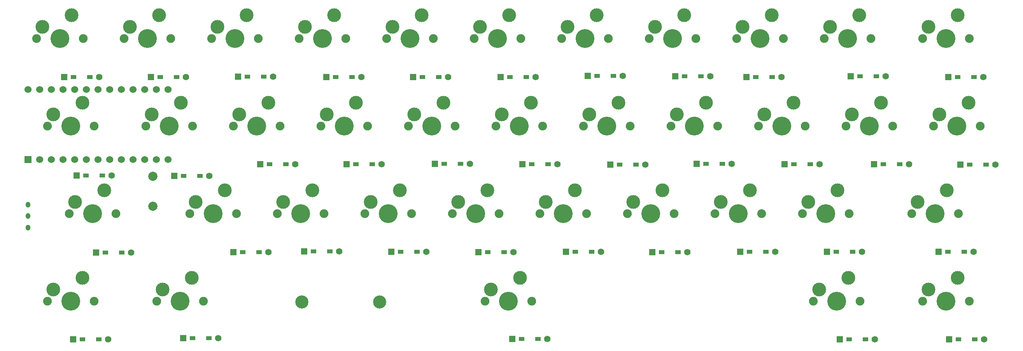
<source format=gbr>
%TF.GenerationSoftware,KiCad,Pcbnew,7.0.8*%
%TF.CreationDate,2024-11-13T13:09:43+09:00*%
%TF.ProjectId,cool337,636f6f6c-3333-4372-9e6b-696361645f70,rev?*%
%TF.SameCoordinates,Original*%
%TF.FileFunction,Soldermask,Top*%
%TF.FilePolarity,Negative*%
%FSLAX46Y46*%
G04 Gerber Fmt 4.6, Leading zero omitted, Abs format (unit mm)*
G04 Created by KiCad (PCBNEW 7.0.8) date 2024-11-13 13:09:43*
%MOMM*%
%LPD*%
G01*
G04 APERTURE LIST*
%ADD10R,1.397000X1.397000*%
%ADD11R,1.300000X0.950000*%
%ADD12C,1.397000*%
%ADD13C,1.900000*%
%ADD14C,3.000000*%
%ADD15C,4.100000*%
%ADD16C,2.850000*%
%ADD17C,2.000000*%
%ADD18O,1.000000X1.300000*%
%ADD19C,1.524000*%
%ADD20R,1.524000X1.524000*%
G04 APERTURE END LIST*
D10*
%TO.C,D6*%
X95910000Y-8330000D03*
D11*
X97945000Y-8330000D03*
X101495000Y-8330000D03*
D12*
X103530000Y-8330000D03*
%TD*%
D13*
%TO.C,SW35*%
X92551250Y-57150000D03*
D14*
X93821250Y-54610000D03*
D15*
X97631250Y-57150000D03*
D14*
X100171250Y-52070000D03*
D13*
X102711250Y-57150000D03*
%TD*%
%TO.C,SW22*%
X190182500Y-19050000D03*
D14*
X191452500Y-16510000D03*
D15*
X195262500Y-19050000D03*
D14*
X197802500Y-13970000D03*
D13*
X200342500Y-19050000D03*
%TD*%
D10*
%TO.C,D20*%
X157755000Y-27290000D03*
D11*
X159790000Y-27290000D03*
X163340000Y-27290000D03*
D12*
X165375000Y-27290000D03*
%TD*%
D13*
%TO.C,SW13*%
X18732500Y-19050000D03*
D14*
X20002500Y-16510000D03*
D15*
X23812500Y-19050000D03*
D14*
X26352500Y-13970000D03*
D13*
X28892500Y-19050000D03*
%TD*%
%TO.C,SW3*%
X33020000Y0D03*
D14*
X34290000Y2540000D03*
D15*
X38100000Y0D03*
D14*
X40640000Y5080000D03*
D13*
X43180000Y0D03*
%TD*%
%TO.C,SW1*%
X-5080000Y0D03*
D14*
X-3810000Y2540000D03*
D15*
X0Y0D03*
D14*
X2540000Y5080000D03*
D13*
X5080000Y0D03*
%TD*%
%TO.C,SW19*%
X133032500Y-19050000D03*
D14*
X134302500Y-16510000D03*
D15*
X138112500Y-19050000D03*
D14*
X140652500Y-13970000D03*
D13*
X143192500Y-19050000D03*
%TD*%
D10*
%TO.C,D7*%
X114920000Y-8080000D03*
D11*
X116955000Y-8080000D03*
X120505000Y-8080000D03*
D12*
X122540000Y-8080000D03*
%TD*%
D10*
%TO.C,D31*%
X167010000Y-46320000D03*
D11*
X169045000Y-46320000D03*
X172595000Y-46320000D03*
D12*
X174630000Y-46320000D03*
%TD*%
D16*
%TO.C,BT1*%
X69580000Y-57260000D03*
X52680000Y-57260000D03*
%TD*%
D13*
%TO.C,SW10*%
X166370000Y0D03*
D14*
X167640000Y2540000D03*
D15*
X171450000Y0D03*
D14*
X173990000Y5080000D03*
D13*
X176530000Y0D03*
%TD*%
%TO.C,SW26*%
X66357500Y-38100000D03*
D14*
X67627500Y-35560000D03*
D15*
X71437500Y-38100000D03*
D14*
X73977500Y-33020000D03*
D13*
X76517500Y-38100000D03*
%TD*%
%TO.C,SW36*%
X163988750Y-57150000D03*
D14*
X165258750Y-54610000D03*
D15*
X169068750Y-57150000D03*
D14*
X171608750Y-52070000D03*
D13*
X174148750Y-57150000D03*
%TD*%
D10*
%TO.C,D8*%
X133930000Y-8200000D03*
D11*
X135965000Y-8200000D03*
X139515000Y-8200000D03*
D12*
X141550000Y-8200000D03*
%TD*%
D10*
%TO.C,D22*%
X196005000Y-27410000D03*
D11*
X198040000Y-27410000D03*
X201590000Y-27410000D03*
D12*
X203625000Y-27410000D03*
%TD*%
D10*
%TO.C,D34*%
X26825000Y-65170000D03*
D11*
X28860000Y-65170000D03*
X32410000Y-65170000D03*
D12*
X34445000Y-65170000D03*
%TD*%
D10*
%TO.C,D29*%
X129000000Y-46420000D03*
D11*
X131035000Y-46420000D03*
X134585000Y-46420000D03*
D12*
X136620000Y-46420000D03*
%TD*%
D13*
%TO.C,SW11*%
X187801250Y0D03*
D14*
X189071250Y2540000D03*
D15*
X192881250Y0D03*
D14*
X195421250Y5080000D03*
D13*
X197961250Y0D03*
%TD*%
%TO.C,SW29*%
X123507500Y-38100000D03*
D14*
X124777500Y-35560000D03*
D15*
X128587500Y-38100000D03*
D14*
X131127500Y-33020000D03*
D13*
X133667500Y-38100000D03*
%TD*%
D10*
%TO.C,D23*%
X7850000Y-46520000D03*
D11*
X9885000Y-46520000D03*
X13435000Y-46520000D03*
D12*
X15470000Y-46520000D03*
%TD*%
D13*
%TO.C,SW32*%
X185420000Y-38100000D03*
D14*
X186690000Y-35560000D03*
D15*
X190500000Y-38100000D03*
D14*
X193040000Y-33020000D03*
D13*
X195580000Y-38100000D03*
%TD*%
D17*
%TO.C,SW39*%
X20220000Y-29950000D03*
X20220000Y-36450000D03*
%TD*%
D13*
%TO.C,SW17*%
X94932500Y-19050000D03*
D14*
X96202500Y-16510000D03*
D15*
X100012500Y-19050000D03*
D14*
X102552500Y-13970000D03*
D13*
X105092500Y-19050000D03*
%TD*%
D10*
%TO.C,D24*%
X37810000Y-46460000D03*
D11*
X39845000Y-46460000D03*
X43395000Y-46460000D03*
D12*
X45430000Y-46460000D03*
%TD*%
D13*
%TO.C,SW15*%
X56832500Y-19050000D03*
D14*
X58102500Y-16510000D03*
D15*
X61912500Y-19050000D03*
D14*
X64452500Y-13970000D03*
D13*
X66992500Y-19050000D03*
%TD*%
%TO.C,SW31*%
X161607500Y-38100000D03*
D14*
X162877500Y-35560000D03*
D15*
X166687500Y-38100000D03*
D14*
X169227500Y-33020000D03*
D13*
X171767500Y-38100000D03*
%TD*%
D10*
%TO.C,D32*%
X191275000Y-46390000D03*
D11*
X193310000Y-46390000D03*
X196860000Y-46390000D03*
D12*
X198895000Y-46390000D03*
%TD*%
D13*
%TO.C,SW12*%
X-2698750Y-19050000D03*
D14*
X-1428750Y-16510000D03*
D15*
X2381250Y-19050000D03*
D14*
X4921250Y-13970000D03*
D13*
X7461250Y-19050000D03*
%TD*%
D10*
%TO.C,D26*%
X72155000Y-46340000D03*
D11*
X74190000Y-46340000D03*
X77740000Y-46340000D03*
D12*
X79775000Y-46340000D03*
%TD*%
D10*
%TO.C,D15*%
X62425000Y-27330000D03*
D11*
X64460000Y-27330000D03*
X68010000Y-27330000D03*
D12*
X70045000Y-27330000D03*
%TD*%
D13*
%TO.C,SW9*%
X147320000Y0D03*
D14*
X148590000Y2540000D03*
D15*
X152400000Y0D03*
D14*
X154940000Y5080000D03*
D13*
X157480000Y0D03*
%TD*%
D10*
%TO.C,D2*%
X19845000Y-8330000D03*
D11*
X21880000Y-8330000D03*
X25430000Y-8330000D03*
D12*
X27465000Y-8330000D03*
%TD*%
D13*
%TO.C,SW8*%
X128270000Y0D03*
D14*
X129540000Y2540000D03*
D15*
X133350000Y0D03*
D14*
X135890000Y5080000D03*
D13*
X138430000Y0D03*
%TD*%
%TO.C,SW30*%
X142557500Y-38100000D03*
D14*
X143827500Y-35560000D03*
D15*
X147637500Y-38100000D03*
D14*
X150177500Y-33020000D03*
D13*
X152717500Y-38100000D03*
%TD*%
D10*
%TO.C,D12*%
X3660000Y-29750000D03*
D11*
X5695000Y-29750000D03*
X9245000Y-29750000D03*
D12*
X11280000Y-29750000D03*
%TD*%
D13*
%TO.C,SW25*%
X47307500Y-38100000D03*
D14*
X48577500Y-35560000D03*
D15*
X52387500Y-38100000D03*
D14*
X54927500Y-33020000D03*
D13*
X57467500Y-38100000D03*
%TD*%
%TO.C,SW34*%
X21113750Y-57150000D03*
D14*
X22383750Y-54610000D03*
D15*
X26193750Y-57150000D03*
D14*
X28733750Y-52070000D03*
D13*
X31273750Y-57150000D03*
%TD*%
D10*
%TO.C,D36*%
X169740000Y-65420000D03*
D11*
X171775000Y-65420000D03*
X175325000Y-65420000D03*
D12*
X177360000Y-65420000D03*
%TD*%
D18*
%TO.C,SW38*%
X-6910000Y-41100000D03*
X-6910000Y-38600000D03*
X-6910000Y-36100000D03*
%TD*%
D10*
%TO.C,D25*%
X53150000Y-46280000D03*
D11*
X55185000Y-46280000D03*
X58735000Y-46280000D03*
D12*
X60770000Y-46280000D03*
%TD*%
D13*
%TO.C,SW23*%
X2063750Y-38100000D03*
D14*
X3333750Y-35560000D03*
D15*
X7143750Y-38100000D03*
D14*
X9683750Y-33020000D03*
D13*
X12223750Y-38100000D03*
%TD*%
D10*
%TO.C,D3*%
X38800000Y-8240000D03*
D11*
X40835000Y-8240000D03*
X44385000Y-8240000D03*
D12*
X46420000Y-8240000D03*
%TD*%
D10*
%TO.C,D10*%
X172110000Y-8140000D03*
D11*
X174145000Y-8140000D03*
X177695000Y-8140000D03*
D12*
X179730000Y-8140000D03*
%TD*%
D19*
%TO.C,U1*%
X-4420000Y-11088600D03*
X-1880000Y-11088600D03*
X660000Y-11088600D03*
X3200000Y-11088600D03*
X5740000Y-11088600D03*
X8280000Y-11088600D03*
X10820000Y-11088600D03*
X13360000Y-11088600D03*
X15900000Y-11088600D03*
X18440000Y-11088600D03*
X20980000Y-11088600D03*
X23520000Y-11088600D03*
X23520000Y-26308600D03*
X20980000Y-26308600D03*
X18440000Y-26308600D03*
X15900000Y-26308600D03*
X13360000Y-26308600D03*
X10820000Y-26308600D03*
X8280000Y-26308600D03*
X5740000Y-26308600D03*
X3200000Y-26308600D03*
X660000Y-26308600D03*
X-1880000Y-26308600D03*
X-4420000Y-26308600D03*
D20*
X-6960000Y-26308600D03*
D19*
X-6960000Y-11088600D03*
%TD*%
D10*
%TO.C,D35*%
X98460000Y-65360000D03*
D11*
X100495000Y-65360000D03*
X104045000Y-65360000D03*
D12*
X106080000Y-65360000D03*
%TD*%
D13*
%TO.C,SW4*%
X52070000Y0D03*
D14*
X53340000Y2540000D03*
D15*
X57150000Y0D03*
D14*
X59690000Y5080000D03*
D13*
X62230000Y0D03*
%TD*%
D10*
%TO.C,D5*%
X76910000Y-8360000D03*
D11*
X78945000Y-8360000D03*
X82495000Y-8360000D03*
D12*
X84530000Y-8360000D03*
%TD*%
D10*
%TO.C,D30*%
X148120000Y-46370000D03*
D11*
X150155000Y-46370000D03*
X153705000Y-46370000D03*
D12*
X155740000Y-46370000D03*
%TD*%
D10*
%TO.C,D1*%
X920000Y-8330000D03*
D11*
X2955000Y-8330000D03*
X6505000Y-8330000D03*
D12*
X8540000Y-8330000D03*
%TD*%
D10*
%TO.C,D19*%
X138615000Y-27260000D03*
D11*
X140650000Y-27260000D03*
X144200000Y-27260000D03*
D12*
X146235000Y-27260000D03*
%TD*%
D10*
%TO.C,D18*%
X119835000Y-27350000D03*
D11*
X121870000Y-27350000D03*
X125420000Y-27350000D03*
D12*
X127455000Y-27350000D03*
%TD*%
D10*
%TO.C,D14*%
X43635000Y-27340000D03*
D11*
X45670000Y-27340000D03*
X49220000Y-27340000D03*
D12*
X51255000Y-27340000D03*
%TD*%
D13*
%TO.C,SW2*%
X13970000Y0D03*
D14*
X15240000Y2540000D03*
D15*
X19050000Y0D03*
D14*
X21590000Y5080000D03*
D13*
X24130000Y0D03*
%TD*%
%TO.C,SW21*%
X171132500Y-19050000D03*
D14*
X172402500Y-16510000D03*
D15*
X176212500Y-19050000D03*
D14*
X178752500Y-13970000D03*
D13*
X181292500Y-19050000D03*
%TD*%
D10*
%TO.C,D13*%
X24880000Y-29880000D03*
D11*
X26915000Y-29880000D03*
X30465000Y-29880000D03*
D12*
X32500000Y-29880000D03*
%TD*%
D10*
%TO.C,D37*%
X193555000Y-65370000D03*
D11*
X195590000Y-65370000D03*
X199140000Y-65370000D03*
D12*
X201175000Y-65370000D03*
%TD*%
D10*
%TO.C,D9*%
X149420000Y-8350000D03*
D11*
X151455000Y-8350000D03*
X155005000Y-8350000D03*
D12*
X157040000Y-8350000D03*
%TD*%
D13*
%TO.C,SW37*%
X187801250Y-57150000D03*
D14*
X189071250Y-54610000D03*
D15*
X192881250Y-57150000D03*
D14*
X195421250Y-52070000D03*
D13*
X197961250Y-57150000D03*
%TD*%
D10*
%TO.C,D4*%
X58040000Y-8310000D03*
D11*
X60075000Y-8310000D03*
X63625000Y-8310000D03*
D12*
X65660000Y-8310000D03*
%TD*%
D13*
%TO.C,SW6*%
X90170000Y0D03*
D14*
X91440000Y2540000D03*
D15*
X95250000Y0D03*
D14*
X97790000Y5080000D03*
D13*
X100330000Y0D03*
%TD*%
D10*
%TO.C,D33*%
X2925000Y-65430000D03*
D11*
X4960000Y-65430000D03*
X8510000Y-65430000D03*
D12*
X10545000Y-65430000D03*
%TD*%
D13*
%TO.C,SW20*%
X152082500Y-19050000D03*
D14*
X153352500Y-16510000D03*
D15*
X157162500Y-19050000D03*
D14*
X159702500Y-13970000D03*
D13*
X162242500Y-19050000D03*
%TD*%
%TO.C,SW14*%
X37782500Y-19050000D03*
D14*
X39052500Y-16510000D03*
D15*
X42862500Y-19050000D03*
D14*
X45402500Y-13970000D03*
D13*
X47942500Y-19050000D03*
%TD*%
%TO.C,SW5*%
X71120000Y0D03*
D14*
X72390000Y2540000D03*
D15*
X76200000Y0D03*
D14*
X78740000Y5080000D03*
D13*
X81280000Y0D03*
%TD*%
%TO.C,SW16*%
X75882500Y-19050000D03*
D14*
X77152500Y-16510000D03*
D15*
X80962500Y-19050000D03*
D14*
X83502500Y-13970000D03*
D13*
X86042500Y-19050000D03*
%TD*%
%TO.C,SW18*%
X113982500Y-19050000D03*
D14*
X115252500Y-16510000D03*
D15*
X119062500Y-19050000D03*
D14*
X121602500Y-13970000D03*
D13*
X124142500Y-19050000D03*
%TD*%
D10*
%TO.C,D11*%
X193420000Y-8340000D03*
D11*
X195455000Y-8340000D03*
X199005000Y-8340000D03*
D12*
X201040000Y-8340000D03*
%TD*%
D13*
%TO.C,SW27*%
X85407500Y-38100000D03*
D14*
X86677500Y-35560000D03*
D15*
X90487500Y-38100000D03*
D14*
X93027500Y-33020000D03*
D13*
X95567500Y-38100000D03*
%TD*%
D10*
%TO.C,D17*%
X100705000Y-27320000D03*
D11*
X102740000Y-27320000D03*
X106290000Y-27320000D03*
D12*
X108325000Y-27320000D03*
%TD*%
D10*
%TO.C,D27*%
X91155000Y-46470000D03*
D11*
X93190000Y-46470000D03*
X96740000Y-46470000D03*
D12*
X98775000Y-46470000D03*
%TD*%
D13*
%TO.C,SW28*%
X104457500Y-38100000D03*
D14*
X105727500Y-35560000D03*
D15*
X109537500Y-38100000D03*
D14*
X112077500Y-33020000D03*
D13*
X114617500Y-38100000D03*
%TD*%
%TO.C,SW33*%
X-2698750Y-57150000D03*
D14*
X-1428750Y-54610000D03*
D15*
X2381250Y-57150000D03*
D14*
X4921250Y-52070000D03*
D13*
X7461250Y-57150000D03*
%TD*%
D10*
%TO.C,D16*%
X81615000Y-27190000D03*
D11*
X83650000Y-27190000D03*
X87200000Y-27190000D03*
D12*
X89235000Y-27190000D03*
%TD*%
D13*
%TO.C,SW7*%
X109220000Y0D03*
D14*
X110490000Y2540000D03*
D15*
X114300000Y0D03*
D14*
X116840000Y5080000D03*
D13*
X119380000Y0D03*
%TD*%
D10*
%TO.C,D21*%
X177195000Y-27280000D03*
D11*
X179230000Y-27280000D03*
X182780000Y-27280000D03*
D12*
X184815000Y-27280000D03*
%TD*%
D10*
%TO.C,D28*%
X110185000Y-46360000D03*
D11*
X112220000Y-46360000D03*
X115770000Y-46360000D03*
D12*
X117805000Y-46360000D03*
%TD*%
D13*
%TO.C,SW24*%
X28257500Y-38100000D03*
D14*
X29527500Y-35560000D03*
D15*
X33337500Y-38100000D03*
D14*
X35877500Y-33020000D03*
D13*
X38417500Y-38100000D03*
%TD*%
M02*

</source>
